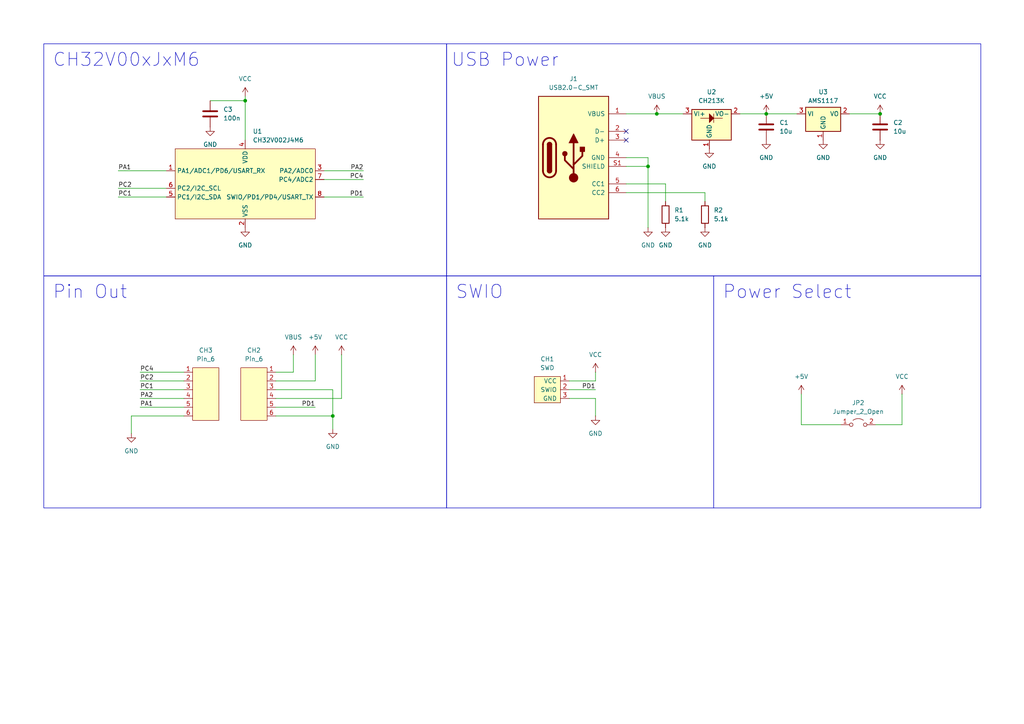
<source format=kicad_sch>
(kicad_sch (version 20231120) (generator "eeschema") (generator_version "8.0")
  (paper "A4")
  (title_block (title "CH32V00x-SOIC8 [74TH-G061]") (rev "1.0.0"))
  (lib_symbols
    (symbol "74th_Interface:Jumper_2" (pin_names (offset 0) hide)
      (property "Reference" "JP" (at 0 2.794 0))
      (property "Value" "Jumper_2_Open" (at 0 -2.286 0))
      (symbol "Jumper_2_0_0"
        (circle (center -2.032 0) (radius 0.508))
        (circle (center 2.032 0) (radius 0.508))
      )
      (symbol "Jumper_2_0_1"
        (arc (start 1.524 1.27) (mid 0 1.778) (end -1.524 1.27))
      )
      (symbol "Jumper_2_1_1"
        (pin passive line (at -5.08 0 0) (length 2.54) (name "A") (number "1"))
        (pin passive line (at 5.08 0 180) (length 2.54) (name "B") (number "2"))
      )
    )
    (symbol "74th_Interface:Pin_6_GND"
      (property "Reference" "CH" (at 0 2.54 0))
      (property "Value" "Pin_6" (at 0 5.08 0))
      (symbol "Pin_6_GND_0_1"
        (rectangle (start -3.81 1.27) (end 3.81 -13.97) (stroke (width 0.1524)) (fill (type background)))
      )
      (symbol "Pin_6_GND_1_1"
        (pin bidirectional line (at 6.35 0 180) (length 2.54) (name "") (number "1"))
        (pin bidirectional line (at 6.35 -2.54 180) (length 2.54) (name "") (number "2"))
        (pin bidirectional line (at 6.35 -5.08 180) (length 2.54) (name "") (number "3"))
        (pin bidirectional line (at 6.35 -7.62 180) (length 2.54) (name "") (number "4"))
        (pin bidirectional line (at 6.35 -10.16 180) (length 2.54) (name "") (number "5"))
        (pin power_in line (at 6.35 -12.7 180) (length 2.54) (name "") (number "6"))
      )
    )
    (symbol "74th_Interface:SWD_WCH-1Wire_WITH-VCC" (pin_names (offset 1.016))
      (property "Reference" "CH" (at -3.81 5.08 0))
      (property "Value" "SWD" (at 3.81 5.08 0))
      (symbol "SWD_WCH-1Wire_WITH-VCC_0_1"
        (rectangle (start -3.81 3.81) (end 3.81 -3.81) (fill (type background)))
      )
      (symbol "SWD_WCH-1Wire_WITH-VCC_1_1"
        (pin power_in line (at 6.35 2.54 180) (length 2.54) (name "VCC") (number "1"))
        (pin bidirectional line (at 6.35 0 180) (length 2.54) (name "SWIO") (number "2"))
        (pin power_in line (at 6.35 -2.54 180) (length 2.54) (name "GND") (number "3"))
      )
    )
    (symbol "74th_Interface:USB_TypeC-2.0_Receptacle_Simple" (pin_names (offset 1.016))
      (property "Reference" "J" (at -10.16 19.05 0))
      (property "Value" "USB2.0-C_SMT" (at 15.24 19.05 0))
      (symbol "USB_TypeC-2.0_Receptacle_Simple_0_1"
        (rectangle (start -10.16 17.78) (end 10.16 -17.78) (stroke (width 0.254)) (fill (type background)))
        (arc (start -8.89 -3.81) (mid -6.985 -5.7067) (end -5.08 -3.81) (stroke (width 0.508)))
        (arc (start -7.62 -3.81) (mid -6.985 -4.4423) (end -6.35 -3.81) (stroke (width 0.254)))
        (arc (start -7.62 -3.81) (mid -6.985 -4.4423) (end -6.35 -3.81) (stroke (width 0.254)) (fill (type outline)))
        (rectangle (start -7.62 -3.81) (end -6.35 3.81) (stroke (width 0.254)) (fill (type outline)))
        (arc (start -6.35 3.81) (mid -6.985 4.4423) (end -7.62 3.81) (stroke (width 0.254)))
        (arc (start -6.35 3.81) (mid -6.985 4.4423) (end -7.62 3.81) (stroke (width 0.254)) (fill (type outline)))
        (arc (start -5.08 3.81) (mid -6.985 5.7067) (end -8.89 3.81) (stroke (width 0.508)))
        (circle (center -2.54 1.143) (radius 0.635) (stroke (width 0.254)) (fill (type outline)))
        (circle (center 0 -5.842) (radius 1.27) (fill (type outline)))
        (polyline (pts (xy -8.89 -3.81) (xy -8.89 3.81)) (stroke (width 0.508)))
        (polyline (pts (xy -5.08 3.81) (xy -5.08 -3.81)) (stroke (width 0.508)))
        (polyline (pts (xy 0 -5.842) (xy 0 4.318)) (stroke (width 0.508)))
        (polyline (pts (xy 0 -3.302) (xy -2.54 -0.762) (xy -2.54 0.508)) (stroke (width 0.508)))
        (polyline (pts (xy 0 -2.032) (xy 2.54 0.508) (xy 2.54 1.778)) (stroke (width 0.508)))
        (polyline (pts (xy -1.27 4.318) (xy 0 6.858) (xy 1.27 4.318) (xy -1.27 4.318)) (stroke (width 0.254)) (fill (type outline)))
        (rectangle (start 1.905 1.778) (end 3.175 3.048) (stroke (width 0.254)) (fill (type outline)))
      )
      (symbol "USB_TypeC-2.0_Receptacle_Simple_1_1"
        (pin power_out line (at 15.24 12.7 180) (length 5.08) (name "VBUS") (number "1"))
        (pin bidirectional line (at 15.24 7.62 180) (length 5.08) (name "D-") (number "2"))
        (pin bidirectional line (at 15.24 5.08 180) (length 5.08) (name "D+") (number "3"))
        (pin power_out line (at 15.24 0 180) (length 5.08) (name "GND") (number "4"))
        (pin input line (at 15.24 -7.62 180) (length 5.08) (name "CC1") (number "5"))
        (pin input line (at 15.24 -10.16 180) (length 5.08) (name "CC2") (number "6"))
        (pin passive line (at 15.24 -2.54 180) (length 5.08) (name "SHIELD") (number "S1"))
      )
    )
    (symbol "74th_MCU:CH32V002J4M6"
      (property "Reference" "U" (at -11.43 25.4 0))
      (property "Value" "CH32V002J4M6" (at 12.7 25.4 0))
      (symbol "CH32V002J4M6_0_1"
        (rectangle (start -20.32 24.13) (end 20.32 3.81) (stroke (width 0.1524)) (fill (type background)))
      )
      (symbol "CH32V002J4M6_1_1"
        (pin bidirectional line (at -22.86 17.78 0) (length 2.54) (name "PA1/ADC1/PD6/USART_RX") (number "1"))
        (pin power_in line (at 0 1.27 90) (length 2.54) (name "VSS") (number "2"))
        (pin bidirectional line (at 22.86 17.78 180) (length 2.54) (name "PA2/ADC0") (number "3"))
        (pin power_in line (at 0 26.67 270) (length 2.54) (name "VDD") (number "4"))
        (pin bidirectional line (at -22.86 10.16 0) (length 2.54) (name "PC1/I2C_SDA") (number "5"))
        (pin bidirectional line (at -22.86 12.7 0) (length 2.54) (name "PC2/I2C_SCL") (number "6"))
        (pin bidirectional line (at 22.86 15.24 180) (length 2.54) (name "PC4/ADC2") (number "7"))
        (pin bidirectional line (at 22.86 10.16 180) (length 2.54) (name "SWIO/PD1/PD4/USART_TX") (number "8"))
      )
    )
    (symbol "74th_Passive:AMS1117-3.3_Regulator_SOT89"
      (property "Reference" "U" (at -3.81 3.175 0))
      (property "Value" "AMS1117" (at 0 3.175 0))
      (symbol "AMS1117-3.3_Regulator_SOT89_0_1"
        (rectangle (start -5.08 1.905) (end 5.08 -5.08) (stroke (width 0.254)) (fill (type background)))
      )
      (symbol "AMS1117-3.3_Regulator_SOT89_1_1"
        (pin power_in line (at 0 -7.62 90) (length 2.54) (name "GND") (number "1"))
        (pin power_out line (at 7.62 0 180) (length 2.54) (name "VO") (number "2"))
        (pin power_in line (at -7.62 0 0) (length 2.54) (name "VI") (number "3"))
      )
    )
    (symbol "74th_Passive:CH213K_Ideal-Diode-for-USB-Power"
      (property "Reference" "U" (at -3.81 6.35 0))
      (property "Value" "CH213K" (at 2.54 6.35 0))
      (symbol "CH213K_Ideal-Diode-for-USB-Power_0_1"
        (polyline (pts (xy -2.54 2.54) (xy 3.81 2.54)))
        (polyline (pts (xy 1.27 3.81) (xy 1.27 1.27)))
      )
      (symbol "CH213K_Ideal-Diode-for-USB-Power_1_1"
        (rectangle (start -5.08 5.08) (end 6.35 -3.81) (stroke (width 0.254)) (fill (type background)))
        (polyline (pts (xy 0 3.81) (xy 0 1.27) (xy 1.27 2.54) (xy 0 3.81)) (fill (type outline)))
        (pin power_in line (at 0 -6.35 90) (length 2.54) (name "GND") (number "1"))
        (pin power_out line (at 8.89 3.81 180) (length 2.54) (name "VO-") (number "2"))
        (pin power_in line (at -7.62 3.81 0) (length 2.54) (name "VI+") (number "3"))
      )
    )
    (symbol "Device:C" (pin_numbers hide) (pin_names (offset 0.254))
      (property "Reference" "C" (at 0.635 2.54 0))
      (property "Value" "C" (at 0.635 -2.54 0))
      (symbol "C_0_1"
        (polyline (pts (xy -2.032 -0.762) (xy 2.032 -0.762)) (stroke (width 0.508)))
        (polyline (pts (xy -2.032 0.762) (xy 2.032 0.762)) (stroke (width 0.508)))
      )
      (symbol "C_1_1"
        (pin passive line (at 0 3.81 270) (length 2.794) (name "~") (number "1"))
        (pin passive line (at 0 -3.81 90) (length 2.794) (name "~") (number "2"))
      )
    )
    (symbol "Device:R" (pin_numbers hide) (pin_names (offset 0))
      (property "Reference" "R" (at 2.032 0 90))
      (property "Value" "R" (at 0 0 90))
      (symbol "R_0_1"
        (rectangle (start -1.016 -2.54) (end 1.016 2.54) (stroke (width 0.254)))
      )
      (symbol "R_1_1"
        (pin passive line (at 0 3.81 270) (length 1.27) (name "~") (number "1"))
        (pin passive line (at 0 -3.81 90) (length 1.27) (name "~") (number "2"))
      )
    )
    (symbol "Pin_6_GND_1"
      (property "Reference" "CH2" (at 0 6.35 0))
      (property "Value" "Pin_6" (at 0 3.81 0))
      (symbol "Pin_6_GND_1_0_1"
        (rectangle (start -3.81 1.27) (end 3.81 -13.97) (stroke (width 0.1524)) (fill (type background)))
      )
      (symbol "Pin_6_GND_1_1_1"
        (pin power_in line (at 6.35 0 180) (length 2.54) (name "") (number "1"))
        (pin power_in line (at 6.35 -2.54 180) (length 2.54) (name "") (number "2"))
        (pin power_in line (at 6.35 -5.08 180) (length 2.54) (name "") (number "3"))
        (pin power_in line (at 6.35 -7.62 180) (length 2.54) (name "") (number "4"))
        (pin bidirectional line (at 6.35 -10.16 180) (length 2.54) (name "") (number "5"))
        (pin power_in line (at 6.35 -12.7 180) (length 2.54) (name "") (number "6"))
      )
    )
    (symbol "power:+5V" (power) (pin_numbers hide) (pin_names (offset 0) hide)
      (property "Value" "+5V" (at 0 3.556 0))
      (symbol "+5V_0_1"
        (polyline (pts (xy -0.762 1.27) (xy 0 2.54)))
        (polyline (pts (xy 0 0) (xy 0 2.54)))
        (polyline (pts (xy 0 2.54) (xy 0.762 1.27)))
      )
      (symbol "+5V_1_1"
        (pin power_in line (at 0 0 90) (length 0) (name "~") (number "1"))
      )
    )
    (symbol "power:GND" (power) (pin_numbers hide) (pin_names (offset 0) hide)
      (property "Value" "GND" (at 0 -3.81 0))
      (symbol "GND_0_1"
        (polyline (pts (xy 0 0) (xy 0 -1.27) (xy 1.27 -1.27) (xy 0 -2.54) (xy -1.27 -1.27) (xy 0 -1.27)))
      )
      (symbol "GND_1_1"
        (pin power_in line (at 0 0 270) (length 0) (name "~") (number "1"))
      )
    )
    (symbol "power:VBUS" (power) (pin_numbers hide) (pin_names (offset 0) hide)
      (property "Value" "VBUS" (at 0 3.556 0))
      (symbol "VBUS_0_1"
        (polyline (pts (xy -0.762 1.27) (xy 0 2.54)))
        (polyline (pts (xy 0 0) (xy 0 2.54)))
        (polyline (pts (xy 0 2.54) (xy 0.762 1.27)))
      )
      (symbol "VBUS_1_1"
        (pin power_in line (at 0 0 90) (length 0) (name "~") (number "1"))
      )
    )
    (symbol "power:VCC" (power) (pin_numbers hide) (pin_names (offset 0) hide)
      (property "Value" "VCC" (at 0 3.556 0))
      (symbol "VCC_0_1"
        (polyline (pts (xy -0.762 1.27) (xy 0 2.54)))
        (polyline (pts (xy 0 0) (xy 0 2.54)))
        (polyline (pts (xy 0 2.54) (xy 0.762 1.27)))
      )
      (symbol "VCC_1_1"
        (pin power_in line (at 0 0 90) (length 0) (name "~") (number "1"))
      )
    )
  )
  (junction (at 222.25 33.02))
  (junction (at 255.27 33.02))
  (junction (at 187.96 48.26))
  (junction (at 190.5 33.02))
  (junction (at 71.12 29.21))
  (junction (at 96.52 120.65))
  (no_connect (at 181.61 38.1))
  (no_connect (at 181.61 40.64))
  (wire (pts (xy 91.44 110.49) (xy 80.01 110.49)))
  (wire (pts (xy 40.64 118.11) (xy 53.34 118.11)))
  (wire (pts (xy 96.52 113.03) (xy 96.52 120.65)))
  (wire (pts (xy 80.01 120.65) (xy 96.52 120.65)))
  (wire (pts (xy 80.01 118.11) (xy 91.44 118.11)))
  (wire (pts (xy 187.96 48.26) (xy 187.96 66.04)))
  (wire (pts (xy 214.63 33.02) (xy 222.25 33.02)))
  (wire (pts (xy 71.12 27.94) (xy 71.12 29.21)))
  (wire (pts (xy 246.38 33.02) (xy 255.27 33.02)))
  (wire (pts (xy 243.84 123.19) (xy 232.41 123.19)))
  (wire (pts (xy 261.62 123.19) (xy 254 123.19)))
  (wire (pts (xy 71.12 29.21) (xy 71.12 40.64)))
  (wire (pts (xy 53.34 120.65) (xy 38.1 120.65)))
  (wire (pts (xy 261.62 114.3) (xy 261.62 123.19)))
  (wire (pts (xy 60.96 29.21) (xy 71.12 29.21)))
  (wire (pts (xy 99.06 115.57) (xy 80.01 115.57)))
  (wire (pts (xy 193.04 53.34) (xy 193.04 58.42)))
  (wire (pts (xy 93.98 52.07) (xy 105.41 52.07)))
  (wire (pts (xy 91.44 102.87) (xy 91.44 110.49)))
  (wire (pts (xy 181.61 48.26) (xy 187.96 48.26)))
  (wire (pts (xy 80.01 113.03) (xy 96.52 113.03)))
  (wire (pts (xy 96.52 120.65) (xy 96.52 124.46)))
  (wire (pts (xy 165.1 115.57) (xy 172.72 115.57)))
  (wire (pts (xy 181.61 53.34) (xy 193.04 53.34)))
  (wire (pts (xy 93.98 49.53) (xy 105.41 49.53)))
  (wire (pts (xy 40.64 115.57) (xy 53.34 115.57)))
  (wire (pts (xy 181.61 55.88) (xy 204.47 55.88)))
  (wire (pts (xy 204.47 58.42) (xy 204.47 55.88)))
  (wire (pts (xy 34.29 54.61) (xy 48.26 54.61)))
  (wire (pts (xy 93.98 57.15) (xy 105.41 57.15)))
  (wire (pts (xy 34.29 57.15) (xy 48.26 57.15)))
  (wire (pts (xy 40.64 110.49) (xy 53.34 110.49)))
  (wire (pts (xy 172.72 115.57) (xy 172.72 120.65)))
  (wire (pts (xy 172.72 110.49) (xy 172.72 107.95)))
  (wire (pts (xy 38.1 120.65) (xy 38.1 125.73)))
  (wire (pts (xy 190.5 33.02) (xy 198.12 33.02)))
  (wire (pts (xy 165.1 113.03) (xy 172.72 113.03)))
  (wire (pts (xy 85.09 107.95) (xy 80.01 107.95)))
  (wire (pts (xy 187.96 45.72) (xy 187.96 48.26)))
  (wire (pts (xy 181.61 45.72) (xy 187.96 45.72)))
  (wire (pts (xy 181.61 33.02) (xy 190.5 33.02)))
  (wire (pts (xy 232.41 114.3) (xy 232.41 123.19)))
  (wire (pts (xy 85.09 102.87) (xy 85.09 107.95)))
  (wire (pts (xy 222.25 33.02) (xy 231.14 33.02)))
  (wire (pts (xy 165.1 110.49) (xy 172.72 110.49)))
  (wire (pts (xy 48.26 49.53) (xy 34.29 49.53)))
  (wire (pts (xy 99.06 102.87) (xy 99.06 115.57)))
  (wire (pts (xy 40.64 113.03) (xy 53.34 113.03)))
  (wire (pts (xy 53.34 107.95) (xy 40.64 107.95)))
  (rectangle (start 129.54 80.01) (end 207.01 147.32))
  (rectangle (start 12.7 80.01) (end 129.54 147.32))
  (rectangle (start 129.54 12.7) (end 284.48 80.01))
  (rectangle (start 12.7 12.7) (end 129.54 80.01))
  (rectangle (start 207.01 80.01) (end 284.48 147.32))
  (text "USB Power" (at 130.81 15.24 0) (effects (font (size 3.81 3.81)) (justify left top)))
  (text "SWIO" (at 132.08 82.55 0) (effects (font (size 3.81 3.81)) (justify left top)))
  (text "Power Select" (at 209.55 82.55 0) (effects (font (size 3.81 3.81)) (justify left top)))
  (text "CH32V00xJxM6" (at 15.24 15.24 0) (effects (font (size 3.81 3.81)) (justify left top)))
  (text "Pin Out" (at 15.24 82.55 0) (effects (font (size 3.81 3.81)) (justify left top)))
  (label "PC1" (at 34.29 57.15 0))
  (label "PA1" (at 40.64 118.11 0))
  (label "PA1" (at 34.29 49.53 0))
  (label "PD1" (at 105.41 57.15 180))
  (label "PC2" (at 40.64 110.49 0))
  (label "PC2" (at 34.29 54.61 0))
  (label "PA2" (at 40.64 115.57 0))
  (label "PA2" (at 105.41 49.53 180))
  (label "PD1" (at 91.44 118.11 180))
  (label "PC4" (at 105.41 52.07 180))
  (label "PC4" (at 40.64 107.95 0))
  (label "PD1" (at 172.72 113.03 180))
  (label "PC1" (at 40.64 113.03 0))
  (symbol (lib_id "power:GND") (at 238.76 40.64 0) (unit 1)
    (property "Reference" "#PWR010" (effects (hide yes)))
    (property "Value" "GND" (at 238.76 45.72 0))
    (property "Description" "Power symbol creates a global label with name \"GND\" , ground" (effects (hide yes)))
  )
  (symbol (lib_id "74th_Passive:AMS1117-3.3_Regulator_SOT89") (at 238.76 33.02 0) (unit 1)
    (property "Reference" "U3" (at 238.76 26.67 0))
    (property "Value" "AMS1117" (at 238.76 29.21 0))
    (property "Footprint" "74th:Package_SOT-89-3" (effects (hide yes)))
    (property "Description" "1A Low Dropout regulator, positive, adjustable output, SOT-223" (effects (hide yes)))
  )
  (symbol (lib_id "power:VCC") (at 99.06 102.87 0) (unit 1)
    (property "Reference" "#PWR016" (effects (hide yes)))
    (property "Value" "VCC" (at 99.06 97.79 0))
    (property "Description" "Power symbol creates a global label with name \"VCC\"" (effects (hide yes)))
  )
  (symbol (lib_id "power:GND") (at 60.96 36.83 0) (unit 1)
    (property "Reference" "#PWR022" (effects (hide yes)))
    (property "Value" "GND" (at 60.96 41.91 0))
    (property "Description" "Power symbol creates a global label with name \"GND\" , ground" (effects (hide yes)))
  )
  (symbol (lib_id "Device:R") (at 204.47 62.23 0) (unit 1)
    (property "Reference" "R2" (at 207.01 60.9599 0) (effects (justify left)))
    (property "Value" "5.1k" (at 207.01 63.4999 0) (effects (justify left)))
    (property "Footprint" "74th:Register_0603_1608" (effects (hide yes)))
    (property "Description" "Resistor" (effects (hide yes)))
  )
  (symbol (lib_id "power:VCC") (at 255.27 33.02 0) (unit 1)
    (property "Reference" "#PWR03" (effects (hide yes)))
    (property "Value" "VCC" (at 255.27 27.94 0))
    (property "Description" "Power symbol creates a global label with name \"VCC\"" (effects (hide yes)))
  )
  (symbol (lib_id "74th_Interface:Jumper_2") (at 248.92 123.19 0) (unit 1)
    (property "Reference" "JP2" (at 248.92 116.84 0))
    (property "Value" "Jumper_2_Open" (at 248.92 119.38 0))
    (property "Footprint" "74th:SolderJumper-2" (effects (hide yes)))
    (property "Description" "Jumper, 2-pole, open" (effects (hide yes)))
  )
  (symbol (lib_id "74th_Interface:USB_TypeC-2.0_Receptacle_Simple") (at 166.37 45.72 0) (unit 1)
    (property "Reference" "J1" (at 166.37 22.86 0))
    (property "Value" "USB2.0-C_SMT" (at 166.37 25.4 0))
    (property "Footprint" "74th:Connector_USB-C-Receptacle_SMT_12-Pin_Simple" (effects (hide yes)))
    (property "Datasheet" "https://www.usb.org/sites/default/files/documents/usb_type-c.zip" (effects (hide yes)))
    (property "Description" "USB 2.0-only Type-C Plug connector" (effects (hide yes)))
  )
  (symbol (lib_id "Device:C") (at 255.27 36.83 0) (unit 1)
    (property "Reference" "C2" (at 259.08 35.5599 0) (effects (justify left)))
    (property "Value" "10u" (at 259.08 38.0999 0) (effects (justify left)))
    (property "Footprint" "74th:Capacitor_0603_1608" (effects (hide yes)))
    (property "Description" "Unpolarized capacitor" (effects (hide yes)))
  )
  (symbol (lib_id "power:GND") (at 38.1 125.73 0) (unit 1)
    (property "Reference" "#PWR07" (effects (hide yes)))
    (property "Value" "GND" (at 38.1 130.81 0))
    (property "Description" "Power symbol creates a global label with name \"GND\" , ground" (effects (hide yes)))
  )
  (symbol (lib_id "power:GND") (at 96.52 124.46 0) (unit 1)
    (property "Reference" "#PWR020" (effects (hide yes)))
    (property "Value" "GND" (at 96.52 129.54 0))
    (property "Description" "Power symbol creates a global label with name \"GND\" , ground" (effects (hide yes)))
  )
  (symbol (lib_id "power:GND") (at 255.27 40.64 0) (unit 1)
    (property "Reference" "#PWR011" (effects (hide yes)))
    (property "Value" "GND" (at 255.27 45.72 0))
    (property "Description" "Power symbol creates a global label with name \"GND\" , ground" (effects (hide yes)))
  )
  (symbol (lib_id "74th_Interface:Pin_6_GND") (at 59.69 107.95 0) (mirror y) (unit 1)
    (property "Reference" "CH3" (at 59.69 101.6 0))
    (property "Value" "Pin_6" (at 59.69 104.14 0))
    (property "Footprint" "74th:PinOut_Pin_6_GND" (effects (hide yes)))
  )
  (symbol (lib_id "Device:C") (at 222.25 36.83 0) (unit 1)
    (property "Reference" "C1" (at 226.06 35.5599 0) (effects (justify left)))
    (property "Value" "10u" (at 226.06 38.0999 0) (effects (justify left)))
    (property "Footprint" "74th:Capacitor_0603_1608" (effects (hide yes)))
    (property "Description" "Unpolarized capacitor" (effects (hide yes)))
  )
  (symbol (lib_id "power:VBUS") (at 190.5 33.02 0) (unit 1)
    (property "Reference" "#PWR018" (effects (hide yes)))
    (property "Value" "VBUS" (at 190.5 27.94 0))
    (property "Description" "Power symbol creates a global label with name \"VBUS\"" (effects (hide yes)))
  )
  (symbol (lib_id "power:GND") (at 172.72 120.65 0) (unit 1)
    (property "Reference" "#PWR015" (effects (hide yes)))
    (property "Value" "GND" (at 172.72 125.73 0))
    (property "Description" "Power symbol creates a global label with name \"GND\" , ground" (effects (hide yes)))
  )
  (symbol (lib_id "power:GND") (at 205.74 43.18 0) (unit 1)
    (property "Reference" "#PWR08" (effects (hide yes)))
    (property "Value" "GND" (at 205.74 48.26 0))
    (property "Description" "Power symbol creates a global label with name \"GND\" , ground" (effects (hide yes)))
  )
  (symbol (lib_id "74th_Passive:CH213K_Ideal-Diode-for-USB-Power") (at 205.74 36.83 0) (unit 1)
    (property "Reference" "U2" (at 206.375 26.67 0))
    (property "Value" "CH213K" (at 206.375 29.21 0))
    (property "Footprint" "74th:Package_SOT-23" (effects (hide yes)))
  )
  (symbol (lib_id "power:VCC") (at 172.72 107.95 0) (unit 1)
    (property "Reference" "#PWR021" (effects (hide yes)))
    (property "Value" "VCC" (at 172.72 102.87 0))
    (property "Description" "Power symbol creates a global label with name \"VCC\"" (effects (hide yes)))
  )
  (symbol (lib_id "power:VCC") (at 261.62 114.3 0) (unit 1)
    (property "Reference" "#PWR05" (effects (hide yes)))
    (property "Value" "VCC" (at 261.62 109.22 0))
    (property "Description" "Power symbol creates a global label with name \"VCC\"" (effects (hide yes)))
  )
  (symbol (lib_id "power:GND") (at 204.47 66.04 0) (unit 1)
    (property "Reference" "#PWR014" (effects (hide yes)))
    (property "Value" "GND" (at 204.47 71.12 0))
    (property "Description" "Power symbol creates a global label with name \"GND\" , ground" (effects (hide yes)))
  )
  (symbol (lib_id "74th_MCU:CH32V002J4M6") (at 71.12 67.31 0) (unit 1)
    (property "Reference" "U1" (at 73.3141 38.1 0) (effects (justify left)))
    (property "Value" "CH32V002J4M6" (at 73.3141 40.64 0) (effects (justify left)))
    (property "Footprint" "74th:Package_SOIC-8_3.9x4.9mm_P1.27mm" (effects (hide yes)))
  )
  (symbol (lib_id "power:+5V") (at 91.44 102.87 0) (unit 1)
    (property "Reference" "#PWR017" (effects (hide yes)))
    (property "Value" "+5V" (at 91.44 97.79 0))
    (property "Description" "Power symbol creates a global label with name \"+5V\"" (effects (hide yes)))
  )
  (symbol (lib_id "Device:R") (at 193.04 62.23 0) (unit 1)
    (property "Reference" "R1" (at 195.58 60.9599 0) (effects (justify left)))
    (property "Value" "5.1k" (at 195.58 63.4999 0) (effects (justify left)))
    (property "Footprint" "74th:Register_0603_1608" (effects (hide yes)))
    (property "Description" "Resistor" (effects (hide yes)))
  )
  (symbol (lib_id "power:+5V") (at 232.41 114.3 0) (unit 1)
    (property "Reference" "#PWR06" (effects (hide yes)))
    (property "Value" "+5V" (at 232.41 109.22 0))
    (property "Description" "Power symbol creates a global label with name \"+5V\"" (effects (hide yes)))
  )
  (symbol (lib_id "power:GND") (at 222.25 40.64 0) (unit 1)
    (property "Reference" "#PWR09" (effects (hide yes)))
    (property "Value" "GND" (at 222.25 45.72 0))
    (property "Description" "Power symbol creates a global label with name \"GND\" , ground" (effects (hide yes)))
  )
  (symbol (lib_id "power:GND") (at 193.04 66.04 0) (unit 1)
    (property "Reference" "#PWR013" (effects (hide yes)))
    (property "Value" "GND" (at 193.04 71.12 0))
    (property "Description" "Power symbol creates a global label with name \"GND\" , ground" (effects (hide yes)))
  )
  (symbol (lib_id "Device:C") (at 60.96 33.02 0) (unit 1)
    (property "Reference" "C3" (at 64.77 31.7499 0) (effects (justify left)))
    (property "Value" "100n" (at 64.77 34.2899 0) (effects (justify left)))
    (property "Footprint" "74th:Capacitor_0603_1608" (effects (hide yes)))
    (property "Description" "Unpolarized capacitor" (effects (hide yes)))
  )
  (symbol (lib_name "Pin_6_GND_1") (lib_id "74th_Interface:Pin_6_GND") (at 73.66 107.95 0) (unit 1)
    (property "Reference" "CH2" (at 73.66 101.6 0))
    (property "Value" "Pin_6" (at 73.66 104.14 0))
    (property "Footprint" "74th:PinOut_Pin_6_GND" (effects (hide yes)))
  )
  (symbol (lib_id "power:VCC") (at 71.12 27.94 0) (unit 1)
    (property "Reference" "#PWR01" (effects (hide yes)))
    (property "Value" "VCC" (at 71.12 22.86 0))
    (property "Description" "Power symbol creates a global label with name \"VCC\"" (effects (hide yes)))
  )
  (symbol (lib_id "power:GND") (at 187.96 66.04 0) (unit 1)
    (property "Reference" "#PWR012" (effects (hide yes)))
    (property "Value" "GND" (at 187.96 71.12 0))
    (property "Description" "Power symbol creates a global label with name \"GND\" , ground" (effects (hide yes)))
  )
  (symbol (lib_id "power:GND") (at 71.12 66.04 0) (unit 1)
    (property "Reference" "#PWR02" (effects (hide yes)))
    (property "Value" "GND" (at 71.12 71.12 0))
    (property "Description" "Power symbol creates a global label with name \"GND\" , ground" (effects (hide yes)))
  )
  (symbol (lib_id "74th_Interface:SWD_WCH-1Wire_WITH-VCC") (at 158.75 113.03 0) (unit 1)
    (property "Reference" "CH1" (at 158.75 104.14 0))
    (property "Value" "SWD" (at 158.75 106.68 0))
    (property "Footprint" "74th:PinOut_Pin_3_3GND" (effects (hide yes)))
  )
  (symbol (lib_id "power:+5V") (at 222.25 33.02 0) (unit 1)
    (property "Reference" "#PWR04" (effects (hide yes)))
    (property "Value" "+5V" (at 222.25 27.94 0))
    (property "Description" "Power symbol creates a global label with name \"+5V\"" (effects (hide yes)))
  )
  (symbol (lib_id "power:VBUS") (at 85.09 102.87 0) (unit 1)
    (property "Reference" "#PWR019" (effects (hide yes)))
    (property "Value" "VBUS" (at 85.09 97.79 0))
    (property "Description" "Power symbol creates a global label with name \"VBUS\"" (effects (hide yes)))
  )
)
</source>
